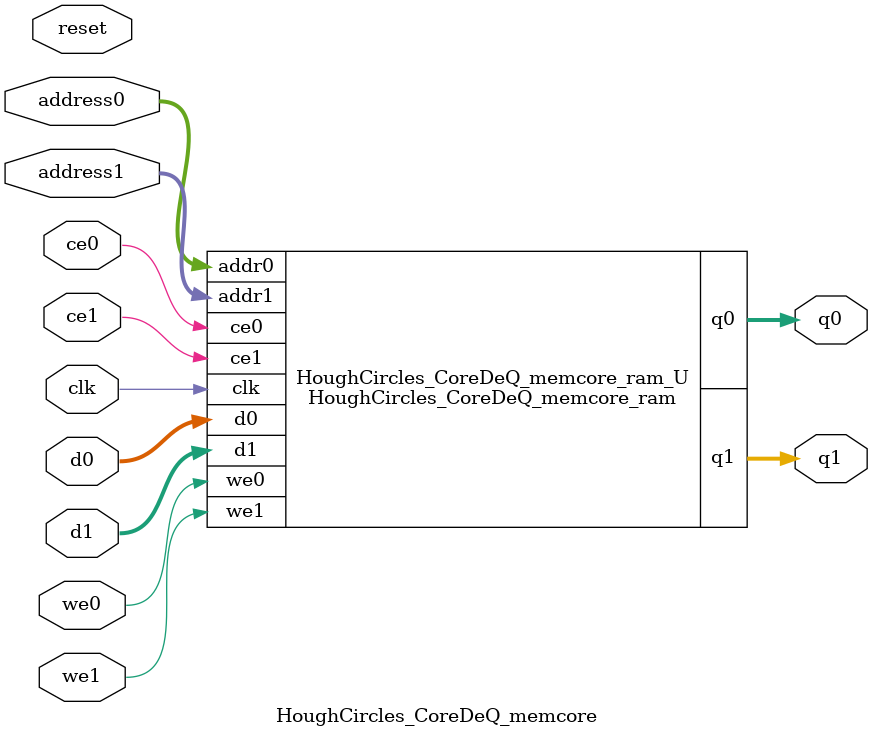
<source format=v>

`timescale 1 ns / 1 ps
module HoughCircles_CoreDeQ_memcore_ram (addr0, ce0, d0, we0, q0, addr1, ce1, d1, we1, q1,  clk);

parameter DWIDTH = 16;
parameter AWIDTH = 18;
parameter MEM_SIZE = 153600;

input[AWIDTH-1:0] addr0;
input ce0;
input[DWIDTH-1:0] d0;
input we0;
output reg[DWIDTH-1:0] q0;
input[AWIDTH-1:0] addr1;
input ce1;
input[DWIDTH-1:0] d1;
input we1;
output reg[DWIDTH-1:0] q1;
input clk;

(* ram_style = "block" *)reg [DWIDTH-1:0] ram[0:MEM_SIZE-1];




always @(posedge clk)  
begin 
    if (ce0) 
    begin
        if (we0) 
        begin 
            ram[addr0] <= d0; 
            q0 <= d0;
        end 
        else 
            q0 <= ram[addr0];
    end
end


always @(posedge clk)  
begin 
    if (ce1) 
    begin
        if (we1) 
        begin 
            ram[addr1] <= d1; 
            q1 <= d1;
        end 
        else 
            q1 <= ram[addr1];
    end
end


endmodule


`timescale 1 ns / 1 ps
module HoughCircles_CoreDeQ_memcore(
    reset,
    clk,
    address0,
    ce0,
    we0,
    d0,
    q0,
    address1,
    ce1,
    we1,
    d1,
    q1);

parameter DataWidth = 32'd16;
parameter AddressRange = 32'd153600;
parameter AddressWidth = 32'd18;
input reset;
input clk;
input[AddressWidth - 1:0] address0;
input ce0;
input we0;
input[DataWidth - 1:0] d0;
output[DataWidth - 1:0] q0;
input[AddressWidth - 1:0] address1;
input ce1;
input we1;
input[DataWidth - 1:0] d1;
output[DataWidth - 1:0] q1;



HoughCircles_CoreDeQ_memcore_ram HoughCircles_CoreDeQ_memcore_ram_U(
    .clk( clk ),
    .addr0( address0 ),
    .ce0( ce0 ),
    .we0( we0 ),
    .d0( d0 ),
    .q0( q0 ),
    .addr1( address1 ),
    .ce1( ce1 ),
    .we1( we1 ),
    .d1( d1 ),
    .q1( q1 ));

endmodule


</source>
